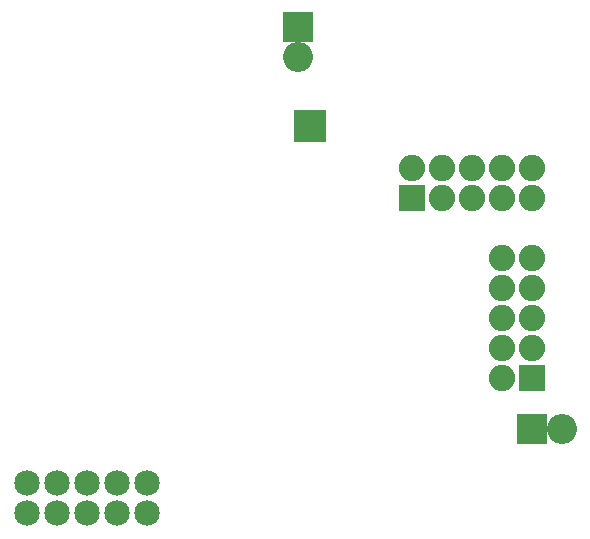
<source format=gbs>
G04 #@! TF.FileFunction,Soldermask,Bot*
%FSLAX46Y46*%
G04 Gerber Fmt 4.6, Leading zero omitted, Abs format (unit mm)*
G04 Created by KiCad (PCBNEW 4.0.2-stable) date 14/07/2016 12:59:32*
%MOMM*%
G01*
G04 APERTURE LIST*
%ADD10C,0.152400*%
%ADD11C,2.159000*%
%ADD12R,2.540000X2.540000*%
%ADD13O,2.540000X2.540000*%
%ADD14R,2.235200X2.235200*%
%ADD15O,2.235200X2.235200*%
%ADD16R,2.743200X2.743200*%
G04 APERTURE END LIST*
D10*
D11*
X79245000Y-127220000D03*
X79245000Y-124680000D03*
X81785000Y-127220000D03*
X81785000Y-124680000D03*
X84325000Y-127220000D03*
X84325000Y-124680000D03*
X86865000Y-127220000D03*
X86865000Y-124680000D03*
X89405000Y-127220000D03*
X89405000Y-124680000D03*
D12*
X102225000Y-86075000D03*
D13*
X102225000Y-88615000D03*
D14*
X121975000Y-115750000D03*
D15*
X119435000Y-115750000D03*
X121975000Y-113210000D03*
X119435000Y-113210000D03*
X121975000Y-110670000D03*
X119435000Y-110670000D03*
X121975000Y-108130000D03*
X119435000Y-108130000D03*
X121975000Y-105590000D03*
X119435000Y-105590000D03*
D14*
X111825000Y-100550000D03*
D15*
X111825000Y-98010000D03*
X114365000Y-100550000D03*
X114365000Y-98010000D03*
X116905000Y-100550000D03*
X116905000Y-98010000D03*
X119445000Y-100550000D03*
X119445000Y-98010000D03*
X121985000Y-100550000D03*
X121985000Y-98010000D03*
D12*
X121975000Y-120050000D03*
D13*
X124515000Y-120050000D03*
D16*
X103200000Y-94400000D03*
M02*

</source>
